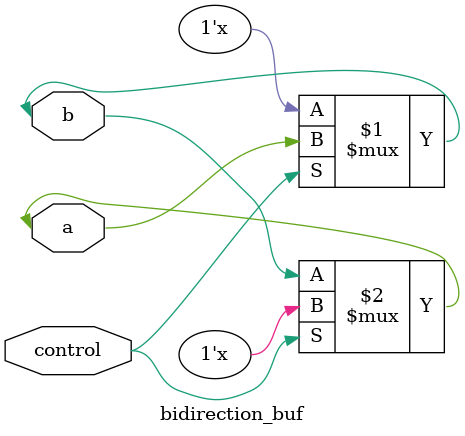
<source format=v>
module bidirection_buf(inout a,b, input control);

bufif1(b,a,control);
bufif0(a,b,control);

endmodule

</source>
